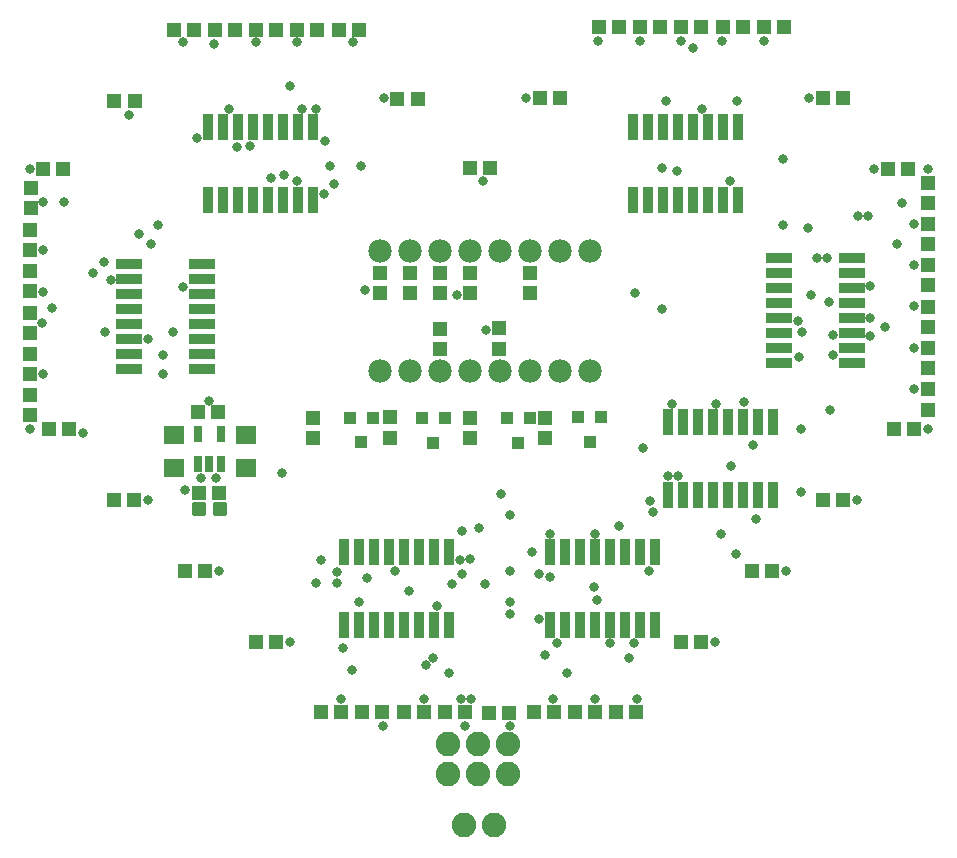
<source format=gbs>
G75*
%MOIN*%
%OFA0B0*%
%FSLAX25Y25*%
%IPPOS*%
%LPD*%
%AMOC8*
5,1,8,0,0,1.08239X$1,22.5*
%
%ADD10R,0.05131X0.04737*%
%ADD11R,0.04737X0.05131*%
%ADD12R,0.02965X0.05524*%
%ADD13R,0.07099X0.06312*%
%ADD14C,0.01421*%
%ADD15R,0.03400X0.08800*%
%ADD16R,0.08800X0.03400*%
%ADD17C,0.08200*%
%ADD18C,0.07800*%
%ADD19R,0.03950X0.04343*%
%ADD20C,0.03200*%
D10*
X0082894Y0075805D03*
X0089587Y0075805D03*
X0104547Y0052183D03*
X0111240Y0052183D03*
X0118327Y0052183D03*
X0125020Y0052183D03*
X0132106Y0052183D03*
X0138799Y0052183D03*
X0145886Y0052183D03*
X0152579Y0052183D03*
X0160413Y0052065D03*
X0167106Y0052065D03*
X0175413Y0052183D03*
X0182106Y0052183D03*
X0189193Y0052183D03*
X0195886Y0052183D03*
X0202972Y0052183D03*
X0209665Y0052183D03*
X0224626Y0075805D03*
X0231319Y0075805D03*
X0248248Y0099427D03*
X0254941Y0099427D03*
X0271870Y0123049D03*
X0278563Y0123049D03*
X0295492Y0146671D03*
X0302185Y0146671D03*
X0300217Y0233285D03*
X0293524Y0233285D03*
X0278563Y0256907D03*
X0271870Y0256907D03*
X0258878Y0280530D03*
X0252185Y0280530D03*
X0245098Y0280530D03*
X0238406Y0280530D03*
X0231319Y0280530D03*
X0224626Y0280530D03*
X0217539Y0280530D03*
X0210846Y0280530D03*
X0203760Y0280530D03*
X0197067Y0280530D03*
X0184075Y0256907D03*
X0177382Y0256907D03*
X0160965Y0233797D03*
X0154272Y0233797D03*
X0136713Y0256514D03*
X0130020Y0256514D03*
X0117224Y0279624D03*
X0110531Y0279624D03*
X0103287Y0279703D03*
X0096594Y0279703D03*
X0089429Y0279624D03*
X0082736Y0279624D03*
X0075728Y0279545D03*
X0069035Y0279545D03*
X0062067Y0279506D03*
X0055374Y0279506D03*
X0042382Y0255884D03*
X0035689Y0255884D03*
X0018642Y0233285D03*
X0011949Y0233285D03*
X0063602Y0152183D03*
X0070295Y0152183D03*
X0070689Y0125411D03*
X0063996Y0125411D03*
X0042343Y0123049D03*
X0035650Y0123049D03*
X0020689Y0146671D03*
X0013996Y0146671D03*
X0059272Y0099427D03*
X0065965Y0099427D03*
D11*
X0101988Y0143758D03*
X0101988Y0150451D03*
X0127579Y0150530D03*
X0127579Y0143837D03*
X0154114Y0143758D03*
X0154114Y0150451D03*
X0144311Y0173285D03*
X0144311Y0179978D03*
X0144232Y0191907D03*
X0144232Y0198600D03*
X0134193Y0198758D03*
X0134193Y0192065D03*
X0124114Y0191907D03*
X0124114Y0198600D03*
X0154075Y0198561D03*
X0154075Y0191868D03*
X0163917Y0180175D03*
X0163917Y0173482D03*
X0174232Y0191947D03*
X0174232Y0198640D03*
X0179272Y0150490D03*
X0179272Y0143797D03*
X0306713Y0153167D03*
X0306713Y0159860D03*
X0306713Y0166947D03*
X0306713Y0173640D03*
X0306713Y0180726D03*
X0306713Y0187419D03*
X0306713Y0194506D03*
X0306713Y0201199D03*
X0306713Y0208285D03*
X0306713Y0214978D03*
X0306713Y0222065D03*
X0306713Y0228758D03*
X0007933Y0226986D03*
X0007933Y0220293D03*
X0007500Y0213010D03*
X0007500Y0206317D03*
X0007500Y0199230D03*
X0007500Y0192537D03*
X0007500Y0185451D03*
X0007500Y0178758D03*
X0007500Y0171671D03*
X0007500Y0164978D03*
X0007500Y0157892D03*
X0007500Y0151199D03*
D12*
X0063602Y0145097D03*
X0071083Y0145097D03*
X0071083Y0134860D03*
X0067343Y0134860D03*
X0063602Y0134860D03*
D13*
X0055531Y0133679D03*
X0055531Y0144703D03*
X0079547Y0144624D03*
X0079547Y0133600D03*
D14*
X0072453Y0121558D02*
X0072453Y0118242D01*
X0069137Y0118242D01*
X0069137Y0121558D01*
X0072453Y0121558D01*
X0072453Y0119662D02*
X0069137Y0119662D01*
X0069137Y0121082D02*
X0072453Y0121082D01*
X0065548Y0121558D02*
X0065548Y0118242D01*
X0062232Y0118242D01*
X0062232Y0121558D01*
X0065548Y0121558D01*
X0065548Y0119662D02*
X0062232Y0119662D01*
X0062232Y0121082D02*
X0065548Y0121082D01*
D15*
X0112047Y0105622D03*
X0117047Y0105622D03*
X0122047Y0105622D03*
X0127047Y0105622D03*
X0132047Y0105622D03*
X0137047Y0105622D03*
X0142047Y0105622D03*
X0147047Y0105622D03*
X0147047Y0081422D03*
X0142047Y0081422D03*
X0137047Y0081422D03*
X0132047Y0081422D03*
X0127047Y0081422D03*
X0122047Y0081422D03*
X0117047Y0081422D03*
X0112047Y0081422D03*
X0180945Y0081422D03*
X0185945Y0081422D03*
X0190945Y0081422D03*
X0195945Y0081422D03*
X0200945Y0081422D03*
X0205945Y0081422D03*
X0210945Y0081422D03*
X0215945Y0081422D03*
X0215945Y0105622D03*
X0210945Y0105622D03*
X0205945Y0105622D03*
X0200945Y0105622D03*
X0195945Y0105622D03*
X0190945Y0105622D03*
X0185945Y0105622D03*
X0180945Y0105622D03*
X0220315Y0124729D03*
X0225315Y0124729D03*
X0230315Y0124729D03*
X0235315Y0124729D03*
X0240315Y0124729D03*
X0245315Y0124729D03*
X0250315Y0124729D03*
X0255315Y0124729D03*
X0255315Y0148929D03*
X0250315Y0148929D03*
X0245315Y0148929D03*
X0240315Y0148929D03*
X0235315Y0148929D03*
X0230315Y0148929D03*
X0225315Y0148929D03*
X0220315Y0148929D03*
X0218504Y0223154D03*
X0223504Y0223154D03*
X0228504Y0223154D03*
X0233504Y0223154D03*
X0238504Y0223154D03*
X0243504Y0223154D03*
X0243504Y0247354D03*
X0238504Y0247354D03*
X0233504Y0247354D03*
X0228504Y0247354D03*
X0223504Y0247354D03*
X0218504Y0247354D03*
X0213504Y0247354D03*
X0208504Y0247354D03*
X0208504Y0223154D03*
X0213504Y0223154D03*
X0101772Y0223154D03*
X0096772Y0223154D03*
X0091772Y0223154D03*
X0086772Y0223154D03*
X0081772Y0223154D03*
X0076772Y0223154D03*
X0071772Y0223154D03*
X0066772Y0223154D03*
X0066772Y0247354D03*
X0071772Y0247354D03*
X0076772Y0247354D03*
X0081772Y0247354D03*
X0086772Y0247354D03*
X0091772Y0247354D03*
X0096772Y0247354D03*
X0101772Y0247354D03*
D16*
X0064876Y0201573D03*
X0064876Y0196573D03*
X0064876Y0191573D03*
X0064876Y0186573D03*
X0064876Y0181573D03*
X0064876Y0176573D03*
X0064876Y0171573D03*
X0064876Y0166573D03*
X0040676Y0166573D03*
X0040676Y0171573D03*
X0040676Y0176573D03*
X0040676Y0181573D03*
X0040676Y0186573D03*
X0040676Y0191573D03*
X0040676Y0196573D03*
X0040676Y0201573D03*
X0257211Y0203541D03*
X0257211Y0198541D03*
X0257211Y0193541D03*
X0257211Y0188541D03*
X0257211Y0183541D03*
X0257211Y0178541D03*
X0257211Y0173541D03*
X0257211Y0168541D03*
X0281411Y0168541D03*
X0281411Y0173541D03*
X0281411Y0178541D03*
X0281411Y0183541D03*
X0281411Y0188541D03*
X0281411Y0193541D03*
X0281411Y0198541D03*
X0281411Y0203541D03*
D17*
X0166949Y0041553D03*
X0166949Y0031553D03*
X0156949Y0031553D03*
X0146949Y0031553D03*
X0146949Y0041553D03*
X0156949Y0041553D03*
X0152264Y0014585D03*
X0162264Y0014585D03*
D18*
X0164075Y0166041D03*
X0174075Y0166041D03*
X0184075Y0166041D03*
X0194075Y0166041D03*
X0154075Y0166041D03*
X0144075Y0166041D03*
X0134075Y0166041D03*
X0124075Y0166041D03*
X0124075Y0206041D03*
X0134075Y0206041D03*
X0144075Y0206041D03*
X0154075Y0206041D03*
X0164075Y0206041D03*
X0174075Y0206041D03*
X0184075Y0206041D03*
X0194075Y0206041D03*
D19*
X0197815Y0150569D03*
X0190335Y0150569D03*
X0194075Y0142301D03*
X0174075Y0150372D03*
X0166594Y0150372D03*
X0170335Y0142104D03*
X0145728Y0150411D03*
X0138248Y0150411D03*
X0141988Y0142144D03*
X0121752Y0150451D03*
X0114272Y0150451D03*
X0118012Y0142183D03*
D20*
X0091654Y0131907D03*
X0069508Y0130431D03*
X0064587Y0130431D03*
X0059173Y0126494D03*
X0046870Y0123049D03*
X0025217Y0145195D03*
X0007500Y0146671D03*
X0011929Y0164880D03*
X0011437Y0182104D03*
X0014882Y0187026D03*
X0011929Y0192439D03*
X0011929Y0206219D03*
X0011929Y0222459D03*
X0018819Y0222459D03*
X0007500Y0233285D03*
X0040472Y0251494D03*
X0063110Y0243620D03*
X0073937Y0253463D03*
X0076398Y0240667D03*
X0080827Y0241159D03*
X0087717Y0230333D03*
X0092146Y0231317D03*
X0096575Y0229348D03*
X0105433Y0224919D03*
X0108878Y0228364D03*
X0107402Y0234270D03*
X0105925Y0242636D03*
X0102972Y0253463D03*
X0098051Y0253463D03*
X0094114Y0260844D03*
X0096575Y0275608D03*
X0082795Y0275608D03*
X0069016Y0275116D03*
X0058681Y0275608D03*
X0115276Y0275608D03*
X0125610Y0256907D03*
X0117736Y0234270D03*
X0158583Y0229348D03*
X0172854Y0256907D03*
X0196969Y0276100D03*
X0210748Y0276100D03*
X0224528Y0276100D03*
X0228465Y0273640D03*
X0238307Y0276100D03*
X0252087Y0276100D03*
X0267343Y0256907D03*
X0258484Y0236730D03*
X0240768Y0229348D03*
X0223051Y0232793D03*
X0218130Y0233778D03*
X0231417Y0253463D03*
X0219606Y0255923D03*
X0243228Y0255923D03*
X0283583Y0217537D03*
X0287028Y0217537D03*
X0298346Y0221967D03*
X0302283Y0215077D03*
X0296378Y0208187D03*
X0302283Y0201297D03*
X0302283Y0187518D03*
X0292441Y0180628D03*
X0287520Y0183581D03*
X0287520Y0177675D03*
X0275217Y0178167D03*
X0275217Y0171278D03*
X0264882Y0179152D03*
X0263406Y0182596D03*
X0267835Y0191455D03*
X0273740Y0188994D03*
X0287520Y0194407D03*
X0273248Y0203758D03*
X0269803Y0203758D03*
X0266850Y0213600D03*
X0258484Y0214585D03*
X0288996Y0233285D03*
X0306713Y0233285D03*
X0302283Y0173738D03*
X0302283Y0159959D03*
X0306713Y0146671D03*
X0283091Y0123049D03*
X0264390Y0125510D03*
X0249626Y0116652D03*
X0237815Y0111730D03*
X0242736Y0104841D03*
X0259469Y0099427D03*
X0235846Y0075805D03*
X0213701Y0099427D03*
X0203858Y0114191D03*
X0195984Y0111730D03*
X0180728Y0111730D03*
X0174823Y0105825D03*
X0177283Y0098443D03*
X0180728Y0097459D03*
X0167441Y0099427D03*
X0159075Y0094998D03*
X0151693Y0098443D03*
X0150709Y0102872D03*
X0154154Y0103364D03*
X0148248Y0094998D03*
X0143327Y0087616D03*
X0133976Y0092537D03*
X0129055Y0099427D03*
X0119705Y0096967D03*
X0117244Y0089093D03*
X0109862Y0095490D03*
X0109862Y0098935D03*
X0104449Y0102872D03*
X0102972Y0095490D03*
X0094114Y0075805D03*
X0111831Y0073837D03*
X0114783Y0066455D03*
X0111339Y0056612D03*
X0125118Y0047754D03*
X0138898Y0056612D03*
X0147264Y0065470D03*
X0141850Y0070392D03*
X0139390Y0067931D03*
X0151201Y0056612D03*
X0154646Y0056612D03*
X0152677Y0047754D03*
X0167441Y0047754D03*
X0181713Y0056612D03*
X0186634Y0065470D03*
X0179252Y0071376D03*
X0183189Y0075313D03*
X0177283Y0083187D03*
X0167441Y0085156D03*
X0167441Y0089093D03*
X0157106Y0113699D03*
X0151693Y0112715D03*
X0164488Y0125018D03*
X0167441Y0118128D03*
X0195492Y0094014D03*
X0196476Y0089585D03*
X0200906Y0075313D03*
X0207303Y0070392D03*
X0208780Y0075313D03*
X0209764Y0056612D03*
X0195984Y0056612D03*
X0215177Y0119112D03*
X0214193Y0122557D03*
X0220098Y0130923D03*
X0223543Y0130923D03*
X0211732Y0140274D03*
X0221575Y0155037D03*
X0236339Y0155037D03*
X0245689Y0155530D03*
X0248642Y0141258D03*
X0241260Y0134368D03*
X0264390Y0146671D03*
X0274232Y0153069D03*
X0263898Y0170785D03*
X0218130Y0186533D03*
X0209272Y0191947D03*
X0159567Y0179644D03*
X0149724Y0191455D03*
X0119213Y0192931D03*
X0067047Y0156022D03*
X0051791Y0164880D03*
X0051791Y0171278D03*
X0046870Y0176691D03*
X0055236Y0179152D03*
X0058681Y0193915D03*
X0047854Y0208187D03*
X0043917Y0211632D03*
X0050315Y0214585D03*
X0032106Y0202281D03*
X0028661Y0198837D03*
X0034567Y0196376D03*
X0032598Y0179152D03*
X0070492Y0099427D03*
M02*

</source>
